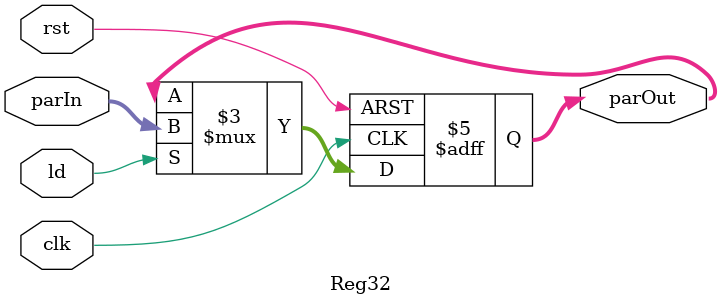
<source format=v>
`timescale 1ns/1ns
module Reg32(input clk, rst, ld, input [31:0] parIn, output reg [31:0] parOut);
    always @(posedge clk, posedge rst) begin
        #1
        if(rst) parOut = 32'b0;
        else if(ld) parOut = parIn;
        else parOut = parOut;
    end
endmodule
</source>
